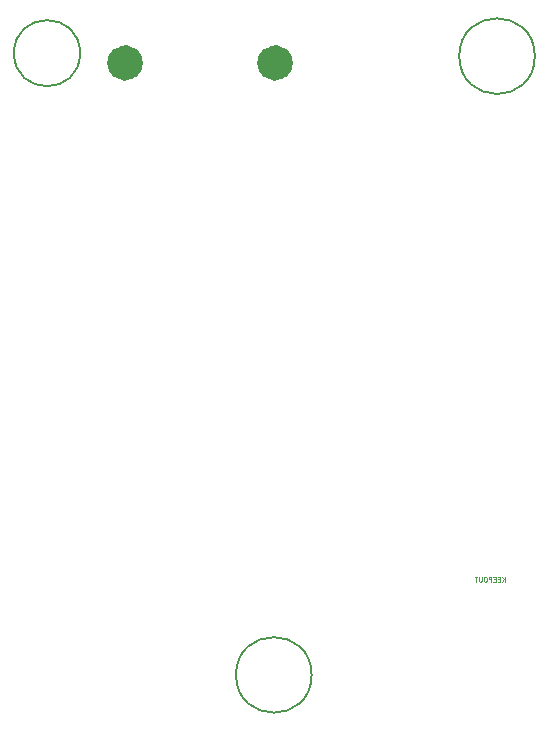
<source format=gbr>
%TF.GenerationSoftware,KiCad,Pcbnew,8.0.0*%
%TF.CreationDate,2024-03-22T12:56:57+01:00*%
%TF.ProjectId,WCH-ETH-LOW,5743482d-4554-4482-9d4c-4f572e6b6963,rev?*%
%TF.SameCoordinates,Original*%
%TF.FileFunction,Other,Comment*%
%FSLAX46Y46*%
G04 Gerber Fmt 4.6, Leading zero omitted, Abs format (unit mm)*
G04 Created by KiCad (PCBNEW 8.0.0) date 2024-03-22 12:56:57*
%MOMM*%
%LPD*%
G01*
G04 APERTURE LIST*
%ADD10C,0.070000*%
%ADD11C,0.150000*%
%ADD12C,1.500000*%
G04 APERTURE END LIST*
D10*
X115703095Y-120186407D02*
X115703095Y-119786407D01*
X115474524Y-120186407D02*
X115645953Y-119957836D01*
X115474524Y-119786407D02*
X115703095Y-120014979D01*
X115303095Y-119976883D02*
X115169762Y-119976883D01*
X115112619Y-120186407D02*
X115303095Y-120186407D01*
X115303095Y-120186407D02*
X115303095Y-119786407D01*
X115303095Y-119786407D02*
X115112619Y-119786407D01*
X114941190Y-119976883D02*
X114807857Y-119976883D01*
X114750714Y-120186407D02*
X114941190Y-120186407D01*
X114941190Y-120186407D02*
X114941190Y-119786407D01*
X114941190Y-119786407D02*
X114750714Y-119786407D01*
X114579285Y-120186407D02*
X114579285Y-119786407D01*
X114579285Y-119786407D02*
X114426904Y-119786407D01*
X114426904Y-119786407D02*
X114388809Y-119805455D01*
X114388809Y-119805455D02*
X114369762Y-119824502D01*
X114369762Y-119824502D02*
X114350714Y-119862598D01*
X114350714Y-119862598D02*
X114350714Y-119919740D01*
X114350714Y-119919740D02*
X114369762Y-119957836D01*
X114369762Y-119957836D02*
X114388809Y-119976883D01*
X114388809Y-119976883D02*
X114426904Y-119995931D01*
X114426904Y-119995931D02*
X114579285Y-119995931D01*
X114103095Y-119786407D02*
X114026904Y-119786407D01*
X114026904Y-119786407D02*
X113988809Y-119805455D01*
X113988809Y-119805455D02*
X113950714Y-119843550D01*
X113950714Y-119843550D02*
X113931666Y-119919740D01*
X113931666Y-119919740D02*
X113931666Y-120053074D01*
X113931666Y-120053074D02*
X113950714Y-120129264D01*
X113950714Y-120129264D02*
X113988809Y-120167360D01*
X113988809Y-120167360D02*
X114026904Y-120186407D01*
X114026904Y-120186407D02*
X114103095Y-120186407D01*
X114103095Y-120186407D02*
X114141190Y-120167360D01*
X114141190Y-120167360D02*
X114179285Y-120129264D01*
X114179285Y-120129264D02*
X114198333Y-120053074D01*
X114198333Y-120053074D02*
X114198333Y-119919740D01*
X114198333Y-119919740D02*
X114179285Y-119843550D01*
X114179285Y-119843550D02*
X114141190Y-119805455D01*
X114141190Y-119805455D02*
X114103095Y-119786407D01*
X113760237Y-119786407D02*
X113760237Y-120110217D01*
X113760237Y-120110217D02*
X113741190Y-120148312D01*
X113741190Y-120148312D02*
X113722142Y-120167360D01*
X113722142Y-120167360D02*
X113684047Y-120186407D01*
X113684047Y-120186407D02*
X113607856Y-120186407D01*
X113607856Y-120186407D02*
X113569761Y-120167360D01*
X113569761Y-120167360D02*
X113550714Y-120148312D01*
X113550714Y-120148312D02*
X113531666Y-120110217D01*
X113531666Y-120110217D02*
X113531666Y-119786407D01*
X113398332Y-119786407D02*
X113169761Y-119786407D01*
X113284047Y-120186407D02*
X113284047Y-119786407D01*
D11*
%TO.C,H3*%
X99360000Y-128080000D02*
G75*
G02*
X92960000Y-128080000I-3200000J0D01*
G01*
X92960000Y-128080000D02*
G75*
G02*
X99360000Y-128080000I3200000J0D01*
G01*
%TO.C,H2*%
X118262000Y-75692000D02*
G75*
G02*
X111862000Y-75692000I-3200000J0D01*
G01*
X111862000Y-75692000D02*
G75*
G02*
X118262000Y-75692000I3200000J0D01*
G01*
%TO.C,H1*%
X79762000Y-75438000D02*
G75*
G02*
X74162000Y-75438000I-2800000J0D01*
G01*
X74162000Y-75438000D02*
G75*
G02*
X79762000Y-75438000I2800000J0D01*
G01*
D12*
%TO.C,RJ1*%
X84316000Y-76265000D02*
G75*
G02*
X82816000Y-76265000I-750000J0D01*
G01*
X82816000Y-76265000D02*
G75*
G02*
X84316000Y-76265000I750000J0D01*
G01*
X97016000Y-76265000D02*
G75*
G02*
X95516000Y-76265000I-750000J0D01*
G01*
X95516000Y-76265000D02*
G75*
G02*
X97016000Y-76265000I750000J0D01*
G01*
%TD*%
M02*

</source>
